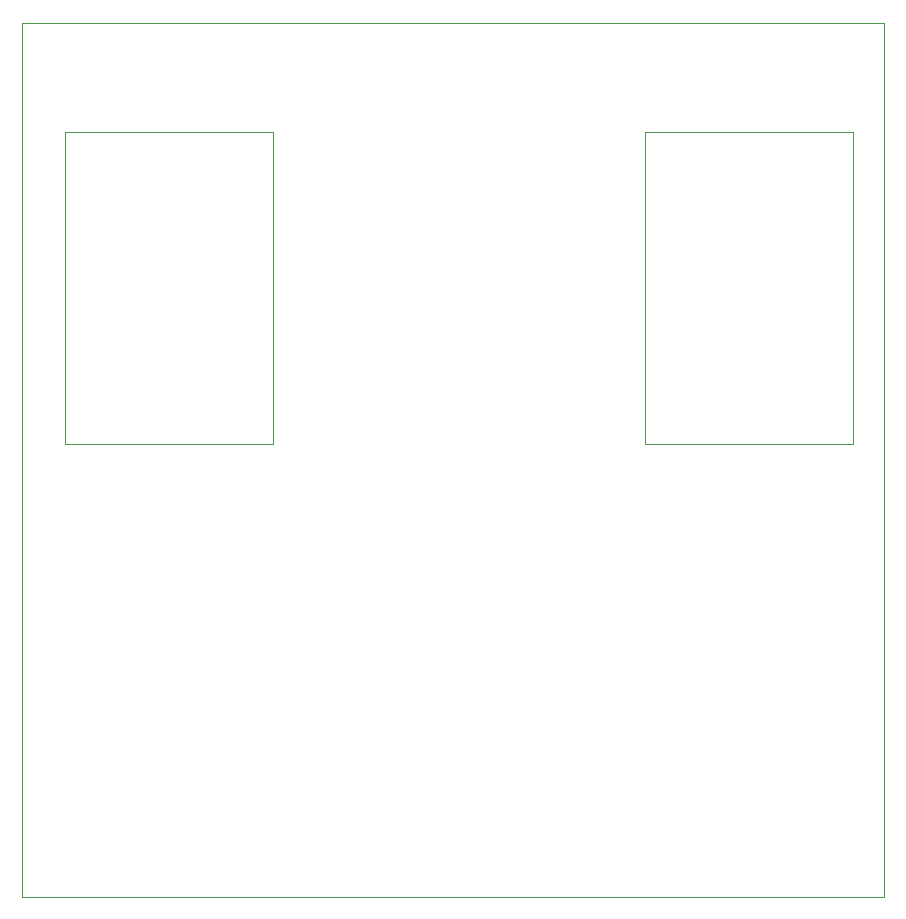
<source format=gbr>
%TF.GenerationSoftware,KiCad,Pcbnew,(5.1.10-1-10_14)*%
%TF.CreationDate,2021-12-12T22:41:03-05:00*%
%TF.ProjectId,Valve Wizard Cab Sim,56616c76-6520-4576-997a-617264204361,rev?*%
%TF.SameCoordinates,Original*%
%TF.FileFunction,Other,User*%
%FSLAX46Y46*%
G04 Gerber Fmt 4.6, Leading zero omitted, Abs format (unit mm)*
G04 Created by KiCad (PCBNEW (5.1.10-1-10_14)) date 2021-12-12 22:41:03*
%MOMM*%
%LPD*%
G01*
G04 APERTURE LIST*
%TA.AperFunction,Profile*%
%ADD10C,0.100000*%
%TD*%
%ADD11C,0.050000*%
G04 APERTURE END LIST*
D10*
X112000000Y-57000000D02*
X112000000Y-131000000D01*
X39000000Y-57000000D02*
X112000000Y-57000000D01*
X39000000Y-131000000D02*
X39000000Y-57000000D01*
X112000000Y-131000000D02*
X39000000Y-131000000D01*
D11*
%TO.C,RV2*%
X109310000Y-66300000D02*
X109310000Y-92650000D01*
X91710000Y-66300000D02*
X109310000Y-66300000D01*
X91710000Y-92650000D02*
X91710000Y-66300000D01*
X109310000Y-92650000D02*
X91710000Y-92650000D01*
%TO.C,RV1*%
X60250000Y-66300000D02*
X60250000Y-92650000D01*
X42650000Y-66300000D02*
X60250000Y-66300000D01*
X42650000Y-92650000D02*
X42650000Y-66300000D01*
X60250000Y-92650000D02*
X42650000Y-92650000D01*
%TD*%
M02*

</source>
